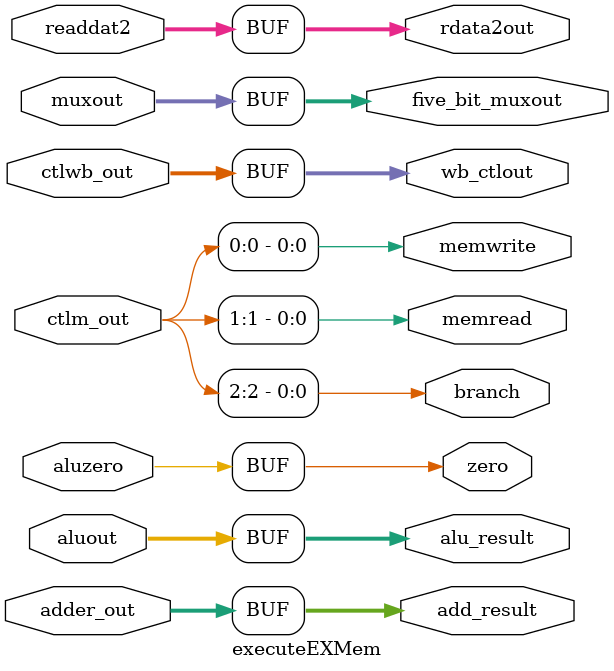
<source format=v>
`timescale 1ns / 1ps


module executeEXMem(
    input  wire [1:0]  ctlwb_out,
    input  wire [2:0]  ctlm_out,
    input  wire [31:0] adder_out,
    input  wire        aluzero,
    input  wire [31:0] aluout,
    input  wire [31:0] readdat2,
    input  wire [4:0]  muxout,

    output reg  [1:0]  wb_ctlout,
    output reg         branch,
    output reg         memread,
    output reg         memwrite,
    output reg  [31:0] add_result,
    output reg         zero,
    output reg  [31:0] alu_result,
    output reg  [31:0] rdata2out,
    output reg  [4:0]  five_bit_muxout
);

    initial begin
        wb_ctlout       = 2'b00;
        branch          = 1'b0;
        memread         = 1'b0;
        memwrite        = 1'b0;
        add_result      = 32'b0;
        zero            = 1'b0;
        alu_result      = 32'b0;
        rdata2out       = 32'b0;
        five_bit_muxout = 5'b0;
    end

    // For the lab this is combinational; later you could make it clocked.
    always @* begin
        wb_ctlout       = ctlwb_out;
        branch          = ctlm_out[2];
        memread         = ctlm_out[1];
        memwrite        = ctlm_out[0];

        add_result      = adder_out;
        zero            = aluzero;
        alu_result      = aluout;
        rdata2out       = readdat2;
        five_bit_muxout = muxout;
    end

endmodule
</source>
